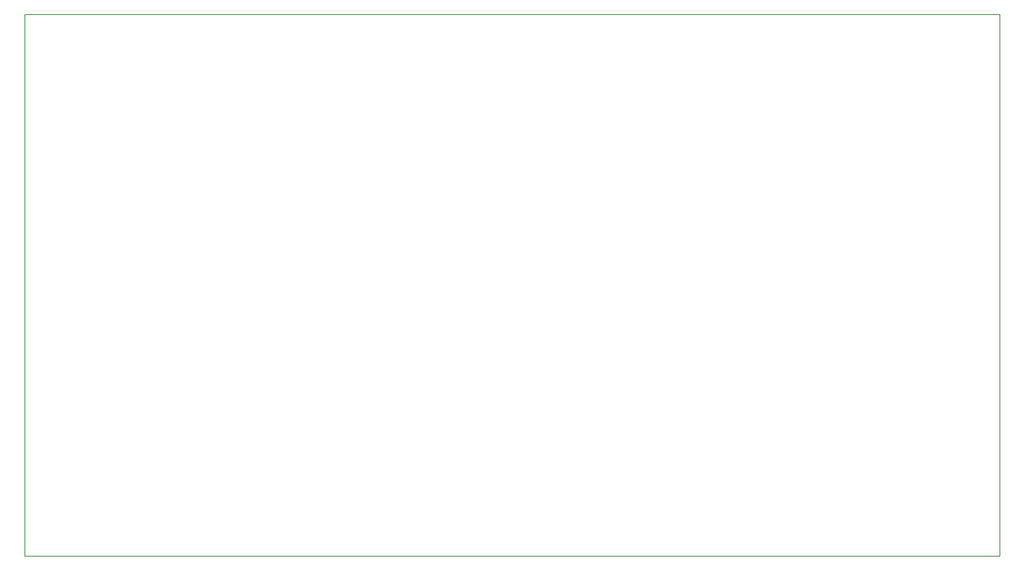
<source format=gbr>
%TF.GenerationSoftware,KiCad,Pcbnew,(6.0.1)*%
%TF.CreationDate,2023-09-06T20:42:41-07:00*%
%TF.ProjectId,Simon Says,53696d6f-6e20-4536-9179-732e6b696361,rev?*%
%TF.SameCoordinates,Original*%
%TF.FileFunction,Profile,NP*%
%FSLAX46Y46*%
G04 Gerber Fmt 4.6, Leading zero omitted, Abs format (unit mm)*
G04 Created by KiCad (PCBNEW (6.0.1)) date 2023-09-06 20:42:41*
%MOMM*%
%LPD*%
G01*
G04 APERTURE LIST*
%TA.AperFunction,Profile*%
%ADD10C,0.100000*%
%TD*%
G04 APERTURE END LIST*
D10*
X51200000Y-50700000D02*
X155600000Y-50700000D01*
X155600000Y-50700000D02*
X155600000Y-108800000D01*
X155600000Y-108800000D02*
X51200000Y-108800000D01*
X51200000Y-108800000D02*
X51200000Y-50700000D01*
M02*

</source>
